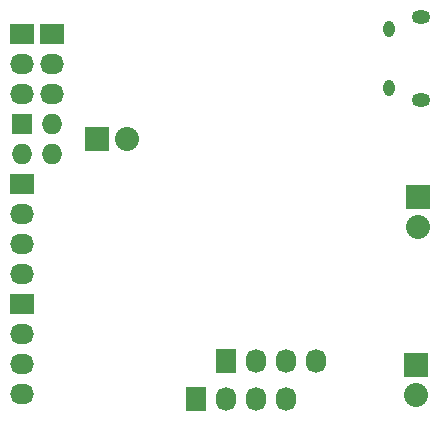
<source format=gbr>
G04 #@! TF.FileFunction,Soldermask,Bot*
%FSLAX46Y46*%
G04 Gerber Fmt 4.6, Leading zero omitted, Abs format (unit mm)*
G04 Created by KiCad (PCBNEW 4.0.4-stable) date 11/23/16 17:15:38*
%MOMM*%
%LPD*%
G01*
G04 APERTURE LIST*
%ADD10C,0.100000*%
%ADD11O,0.950000X1.400000*%
%ADD12O,1.550000X1.200000*%
%ADD13R,1.727200X2.032000*%
%ADD14O,1.727200X2.032000*%
%ADD15R,2.032000X1.727200*%
%ADD16O,2.032000X1.727200*%
%ADD17R,1.727200X1.727200*%
%ADD18O,1.727200X1.727200*%
%ADD19R,2.032000X2.032000*%
%ADD20O,2.032000X2.032000*%
G04 APERTURE END LIST*
D10*
D11*
X102132960Y-106196400D03*
X102132960Y-101196400D03*
D12*
X104832960Y-107196400D03*
X104832960Y-100196400D03*
D13*
X88328500Y-129349500D03*
D14*
X90868500Y-129349500D03*
X93408500Y-129349500D03*
X95948500Y-129349500D03*
D15*
X71120000Y-114300000D03*
D16*
X71120000Y-116840000D03*
X71120000Y-119380000D03*
X71120000Y-121920000D03*
D17*
X71120000Y-109220000D03*
D18*
X73660000Y-109220000D03*
X71120000Y-111760000D03*
X73660000Y-111760000D03*
D13*
X85788500Y-132524500D03*
D14*
X88328500Y-132524500D03*
X90868500Y-132524500D03*
X93408500Y-132524500D03*
D15*
X71120000Y-124460000D03*
D16*
X71120000Y-127000000D03*
X71120000Y-129540000D03*
X71120000Y-132080000D03*
D19*
X77470000Y-110490000D03*
D20*
X80010000Y-110490000D03*
D19*
X104470200Y-129616200D03*
D20*
X104470200Y-132156200D03*
D15*
X71120000Y-101600000D03*
D16*
X71120000Y-104140000D03*
X71120000Y-106680000D03*
D15*
X73660000Y-101600000D03*
D16*
X73660000Y-104140000D03*
X73660000Y-106680000D03*
D19*
X104597200Y-115392200D03*
D20*
X104597200Y-117932200D03*
M02*

</source>
